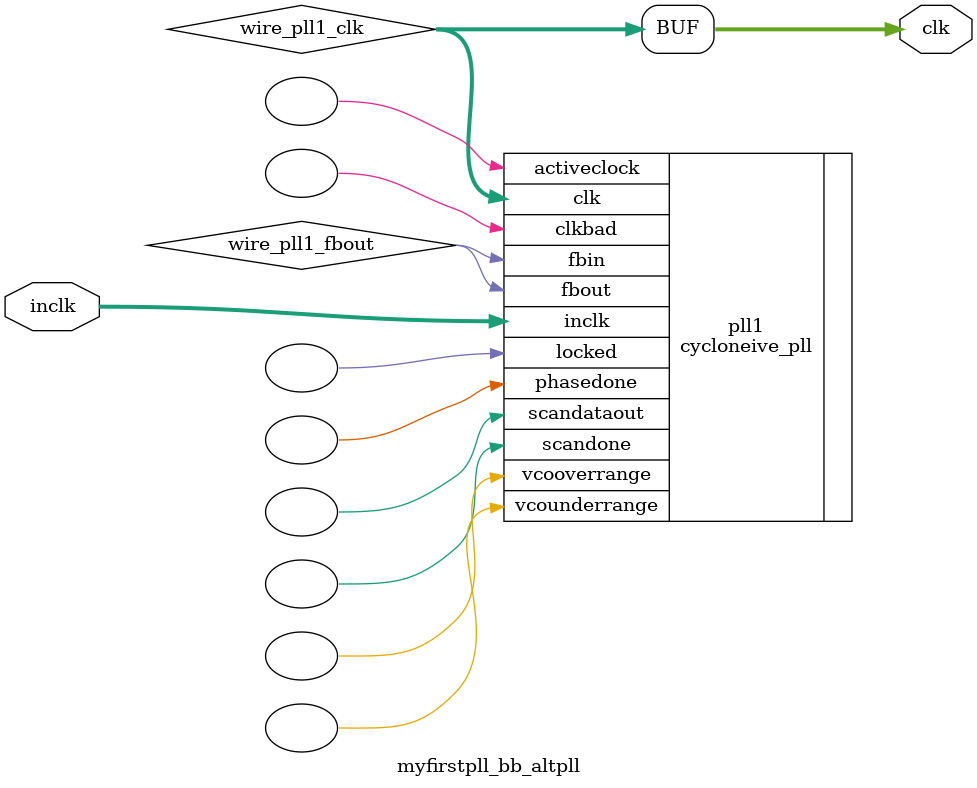
<source format=v>






//synthesis_resources = cycloneive_pll 1 
//synopsys translate_off
`timescale 1 ps / 1 ps
//synopsys translate_on
module  myfirstpll_bb_altpll
	( 
	clk,
	inclk) /* synthesis synthesis_clearbox=1 */;
	output   [4:0]  clk;
	input   [1:0]  inclk;
`ifndef ALTERA_RESERVED_QIS
// synopsys translate_off
`endif
	tri0   [1:0]  inclk;
`ifndef ALTERA_RESERVED_QIS
// synopsys translate_on
`endif

	wire  [4:0]   wire_pll1_clk;
	wire  wire_pll1_fbout;

	cycloneive_pll   pll1
	( 
	.activeclock(),
	.clk(wire_pll1_clk),
	.clkbad(),
	.fbin(wire_pll1_fbout),
	.fbout(wire_pll1_fbout),
	.inclk(inclk),
	.locked(),
	.phasedone(),
	.scandataout(),
	.scandone(),
	.vcooverrange(),
	.vcounderrange()
	`ifndef FORMAL_VERIFICATION
	// synopsys translate_off
	`endif
	,
	.areset(1'b0),
	.clkswitch(1'b0),
	.configupdate(1'b0),
	.pfdena(1'b1),
	.phasecounterselect({3{1'b0}}),
	.phasestep(1'b0),
	.phaseupdown(1'b0),
	.scanclk(1'b0),
	.scanclkena(1'b1),
	.scandata(1'b0)
	`ifndef FORMAL_VERIFICATION
	// synopsys translate_on
	`endif
	);
	defparam
		pll1.bandwidth_type = "auto",
		pll1.clk0_divide_by = 2,
		pll1.clk0_duty_cycle = 50,
		pll1.clk0_multiply_by = 1,
		pll1.clk0_phase_shift = "0",
		pll1.clk1_divide_by = 1,
		pll1.clk1_duty_cycle = 50,
		pll1.clk1_multiply_by = 1,
		pll1.clk1_phase_shift = "0",
		pll1.compensate_clock = "clk0",
		pll1.inclk0_input_frequency = 20000,
		pll1.operation_mode = "normal",
		pll1.pll_type = "auto",
		pll1.lpm_type = "cycloneive_pll";
	assign
		clk = {wire_pll1_clk[4:0]};
endmodule //myfirstpll_bb_altpll
//VALID FILE

</source>
